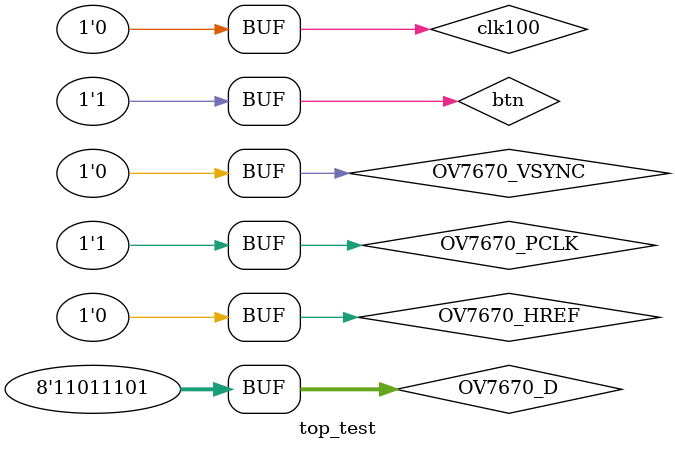
<source format=v>
`timescale 1ns / 1ps


module top_test;

	// Inputs
	reg clk100;
	reg OV7670_VSYNC;
	reg OV7670_HREF;
	reg OV7670_PCLK;
	reg [7:0] OV7670_D;
	reg btn;

	// Outputs
	wire OV7670_XCLK;
	wire OV7670_SIOC;
	wire [3:0] LED;
	wire [3:0] vga_red;
	wire [3:0] vga_green;
	wire [3:0] vga_blue;
	wire vga_hsync;
	wire vga_vsync;
	wire pwdn;
	wire reset;

	// Bidirs
	wire OV7670_SIOD;

	// Instantiate the Unit Under Test (UUT)
	ov7670_top uut (
		.clk100(clk100), 
		.OV7670_VSYNC(OV7670_VSYNC), 
		.OV7670_HREF(OV7670_HREF), 
		.OV7670_PCLK(OV7670_PCLK), 
		.OV7670_XCLK(OV7670_XCLK), 
		.OV7670_SIOC(OV7670_SIOC), 
		.OV7670_SIOD(OV7670_SIOD), 
		.OV7670_D(OV7670_D), 
		.LED(LED), 
		.vga_red(vga_red), 
		.vga_green(vga_green), 
		.vga_blue(vga_blue), 
		.vga_hsync(vga_hsync), 
		.vga_vsync(vga_vsync), 
		.btn(btn), 
		.pwdn(pwdn), 
		.reset(reset)
	);

	initial begin
		// Initialize Inputs
		clk100 = 1'b1;
		#50;
		OV7670_VSYNC = 1'b1;
		#50;
		OV7670_HREF = 1'b1;
		#50;
		OV7670_PCLK = 1'b1;
		#50;
		OV7670_D = 8'b10011101;
		#50;
		btn = 1'b0;
		// Wait 100 ns for global reset to finish
		#100;
    	// Add stimulus here

		// Initialize Inputs
		clk100 = 1'b0;
		#50;
		OV7670_VSYNC = 1'b0;
		#50;
		OV7670_HREF = 1'b0;
		#50;
		OV7670_PCLK = 1'b1;
		#50;
		OV7670_D = 8'b11011101;
		#50;
		btn = 1'b1;
		// Wait 100 ns for global reset to finish
		#100;
    	// Add stimulus here

	end
      
endmodule


</source>
